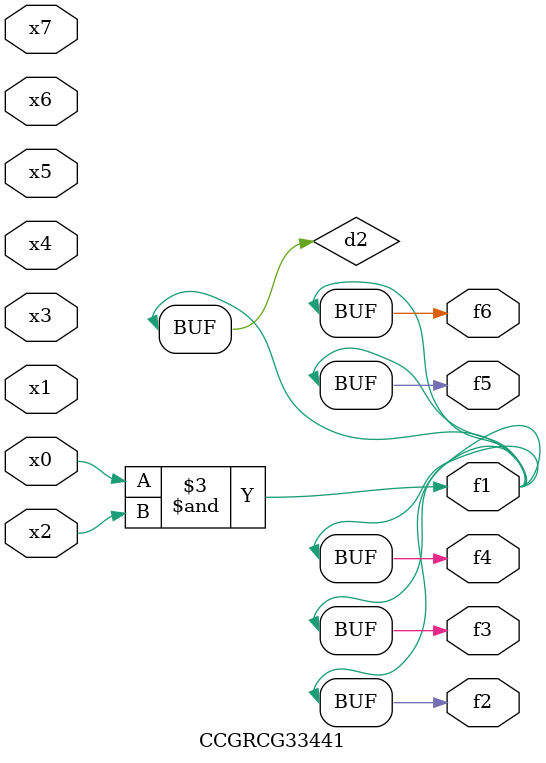
<source format=v>
module CCGRCG33441(
	input x0, x1, x2, x3, x4, x5, x6, x7,
	output f1, f2, f3, f4, f5, f6
);

	wire d1, d2;

	nor (d1, x3, x6);
	and (d2, x0, x2);
	assign f1 = d2;
	assign f2 = d2;
	assign f3 = d2;
	assign f4 = d2;
	assign f5 = d2;
	assign f6 = d2;
endmodule

</source>
